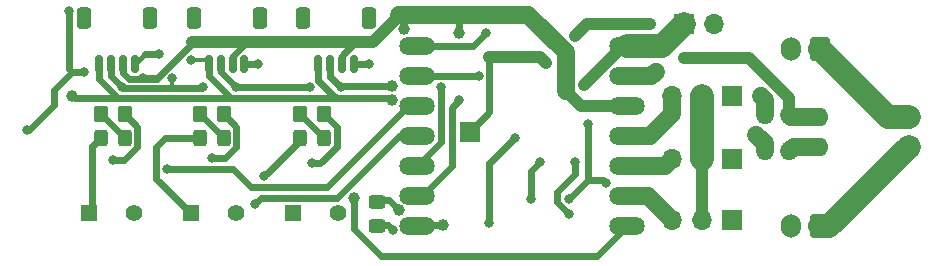
<source format=gbr>
%TF.GenerationSoftware,KiCad,Pcbnew,(6.0.6-0)*%
%TF.CreationDate,2023-07-30T17:28:14+02:00*%
%TF.ProjectId,SR23_T04_Avionics_V1-0-0,53523233-5f54-4303-945f-4176696f6e69,rev?*%
%TF.SameCoordinates,Original*%
%TF.FileFunction,Copper,L1,Top*%
%TF.FilePolarity,Positive*%
%FSLAX46Y46*%
G04 Gerber Fmt 4.6, Leading zero omitted, Abs format (unit mm)*
G04 Created by KiCad (PCBNEW (6.0.6-0)) date 2023-07-30 17:28:14*
%MOMM*%
%LPD*%
G01*
G04 APERTURE LIST*
G04 Aperture macros list*
%AMRoundRect*
0 Rectangle with rounded corners*
0 $1 Rounding radius*
0 $2 $3 $4 $5 $6 $7 $8 $9 X,Y pos of 4 corners*
0 Add a 4 corners polygon primitive as box body*
4,1,4,$2,$3,$4,$5,$6,$7,$8,$9,$2,$3,0*
0 Add four circle primitives for the rounded corners*
1,1,$1+$1,$2,$3*
1,1,$1+$1,$4,$5*
1,1,$1+$1,$6,$7*
1,1,$1+$1,$8,$9*
0 Add four rect primitives between the rounded corners*
20,1,$1+$1,$2,$3,$4,$5,0*
20,1,$1+$1,$4,$5,$6,$7,0*
20,1,$1+$1,$6,$7,$8,$9,0*
20,1,$1+$1,$8,$9,$2,$3,0*%
G04 Aperture macros list end*
%TA.AperFunction,SMDPad,CuDef*%
%ADD10RoundRect,0.800000X-0.700000X0.000000X0.700000X0.000000X0.700000X0.000000X-0.700000X0.000000X0*%
%TD*%
%TA.AperFunction,SMDPad,CuDef*%
%ADD11RoundRect,0.250000X-0.325000X-0.450000X0.325000X-0.450000X0.325000X0.450000X-0.325000X0.450000X0*%
%TD*%
%TA.AperFunction,ComponentPad*%
%ADD12R,1.700000X1.700000*%
%TD*%
%TA.AperFunction,ComponentPad*%
%ADD13O,1.700000X1.700000*%
%TD*%
%TA.AperFunction,ComponentPad*%
%ADD14R,1.400000X1.400000*%
%TD*%
%TA.AperFunction,ComponentPad*%
%ADD15C,1.400000*%
%TD*%
%TA.AperFunction,SMDPad,CuDef*%
%ADD16RoundRect,0.250000X0.325000X0.450000X-0.325000X0.450000X-0.325000X-0.450000X0.325000X-0.450000X0*%
%TD*%
%TA.AperFunction,ComponentPad*%
%ADD17RoundRect,0.250000X0.600000X0.750000X-0.600000X0.750000X-0.600000X-0.750000X0.600000X-0.750000X0*%
%TD*%
%TA.AperFunction,ComponentPad*%
%ADD18O,1.700000X2.000000*%
%TD*%
%TA.AperFunction,SMDPad,CuDef*%
%ADD19RoundRect,0.250000X-0.350000X-0.450000X0.350000X-0.450000X0.350000X0.450000X-0.350000X0.450000X0*%
%TD*%
%TA.AperFunction,SMDPad,CuDef*%
%ADD20RoundRect,0.150000X0.150000X0.625000X-0.150000X0.625000X-0.150000X-0.625000X0.150000X-0.625000X0*%
%TD*%
%TA.AperFunction,SMDPad,CuDef*%
%ADD21RoundRect,0.250000X0.350000X0.650000X-0.350000X0.650000X-0.350000X-0.650000X0.350000X-0.650000X0*%
%TD*%
%TA.AperFunction,ComponentPad*%
%ADD22R,1.600000X1.600000*%
%TD*%
%TA.AperFunction,ComponentPad*%
%ADD23O,1.600000X1.600000*%
%TD*%
%TA.AperFunction,SMDPad,CuDef*%
%ADD24RoundRect,0.250000X0.450000X-0.325000X0.450000X0.325000X-0.450000X0.325000X-0.450000X-0.325000X0*%
%TD*%
%TA.AperFunction,ViaPad*%
%ADD25C,1.000000*%
%TD*%
%TA.AperFunction,ViaPad*%
%ADD26C,0.800000*%
%TD*%
%TA.AperFunction,Conductor*%
%ADD27C,0.600000*%
%TD*%
%TA.AperFunction,Conductor*%
%ADD28C,0.400000*%
%TD*%
%TA.AperFunction,Conductor*%
%ADD29C,1.000000*%
%TD*%
%TA.AperFunction,Conductor*%
%ADD30C,2.000000*%
%TD*%
%TA.AperFunction,Conductor*%
%ADD31C,1.500000*%
%TD*%
%TA.AperFunction,Conductor*%
%ADD32C,0.300000*%
%TD*%
G04 APERTURE END LIST*
D10*
%TO.P,U4,1,PA02_A0_D0*%
%TO.N,MON_BAT_uC*%
X136129000Y-91805250D03*
%TO.P,U4,2,PA4_A1_D1*%
%TO.N,MON_BAT_POWER*%
X136129000Y-94345250D03*
%TO.P,U4,3,PA10_A2_D2*%
%TO.N,OUT1*%
X136129000Y-96885250D03*
%TO.P,U4,4,PA11_A3_D3*%
%TO.N,OUT2*%
X136129000Y-99425250D03*
%TO.P,U4,5,PA8_A4_D4_SDA*%
%TO.N,SDA*%
X136129000Y-101965250D03*
%TO.P,U4,6,PA9_A5_D5_SCL*%
%TO.N,SCL*%
X136129000Y-104505250D03*
%TO.P,U4,7,PB08_A6_D6_TX*%
%TO.N,OUT3*%
X136129000Y-107045250D03*
%TO.P,U4,8,PB09_A7_D7_RX*%
%TO.N,OUT4*%
X153909000Y-107045250D03*
%TO.P,U4,9,PA7_A8_D8_SCK*%
%TO.N,Servo3*%
X153909000Y-104505250D03*
%TO.P,U4,10,PA5_A9_D9_MISO*%
%TO.N,Servo2*%
X153909000Y-101965250D03*
%TO.P,U4,11,PA6_A10_D10_MOSI*%
%TO.N,Servo1*%
X153909000Y-99425250D03*
%TO.P,U4,12,3V3*%
%TO.N,+3.3V*%
X153909000Y-96885250D03*
%TO.P,U4,13,GND*%
%TO.N,GND*%
X153909000Y-94345250D03*
%TO.P,U4,14,5V*%
%TO.N,VUSB*%
X153909000Y-91805250D03*
%TD*%
D11*
%TO.P,D2,1,K*%
%TO.N,Net-(D2-Pad1)*%
X165599000Y-100711000D03*
%TO.P,D2,2,A*%
%TO.N,DIP_1b*%
X167649000Y-100711000D03*
%TD*%
D12*
%TO.P,J8,1,Pin_1*%
%TO.N,GND*%
X162799000Y-101346000D03*
D13*
%TO.P,J8,2,Pin_2*%
%TO.N,DIP_1b*%
X160259000Y-101346000D03*
%TO.P,J8,3,Pin_3*%
%TO.N,Servo2*%
X157719000Y-101346000D03*
%TD*%
D14*
%TO.P,J12,1,Pin_1*%
%TO.N,DIP_1b*%
X125603000Y-105963000D03*
D15*
%TO.P,J12,2,Pin_2*%
%TO.N,Net-(J12-Pad2)*%
X129413000Y-105963000D03*
%TD*%
D16*
%TO.P,D5,1,K*%
%TO.N,Net-(D5-Pad1)*%
X111388000Y-99568000D03*
%TO.P,D5,2,A*%
%TO.N,DIP_1b*%
X109338000Y-99568000D03*
%TD*%
D12*
%TO.P,J6,1,Pin_1*%
%TO.N,DIP_2b*%
X140585819Y-99060000D03*
%TD*%
D17*
%TO.P,J5,1,Pin_1*%
%TO.N,DIP_2a*%
X170267000Y-92075000D03*
D18*
%TO.P,J5,2,Pin_2*%
%TO.N,GND*%
X167767000Y-92075000D03*
%TD*%
D19*
%TO.P,R12,1*%
%TO.N,Net-(D5-Pad1)*%
X109363000Y-97536000D03*
%TO.P,R12,2*%
%TO.N,Net-(J11-Pad2)*%
X111363000Y-97536000D03*
%TD*%
D16*
%TO.P,D7,1,K*%
%TO.N,Net-(D7-Pad1)*%
X128279000Y-99568000D03*
%TO.P,D7,2,A*%
%TO.N,DIP_1b*%
X126229000Y-99568000D03*
%TD*%
D12*
%TO.P,J14,1,Pin_1*%
%TO.N,VUSB*%
X158745000Y-89916000D03*
D13*
%TO.P,J14,2,Pin_2*%
%TO.N,GND*%
X161285000Y-89916000D03*
%TD*%
D20*
%TO.P,J2,1,Pin_1*%
%TO.N,GND*%
X121515000Y-93313000D03*
%TO.P,J2,2,Pin_2*%
%TO.N,+3.3V*%
X120515000Y-93313000D03*
%TO.P,J2,3,Pin_3*%
%TO.N,SDA*%
X119515000Y-93313000D03*
%TO.P,J2,4,Pin_4*%
%TO.N,SCL*%
X118515000Y-93313000D03*
D21*
%TO.P,J2,MP*%
%TO.N,N/C*%
X117215000Y-89438000D03*
X122815000Y-89438000D03*
%TD*%
D14*
%TO.P,J11,1,Pin_1*%
%TO.N,DIP_1b*%
X108331000Y-105963000D03*
D15*
%TO.P,J11,2,Pin_2*%
%TO.N,Net-(J11-Pad2)*%
X112141000Y-105963000D03*
%TD*%
D22*
%TO.P,SW1,1*%
%TO.N,DIP_1a*%
X177790000Y-100335000D03*
D23*
%TO.P,SW1,2*%
%TO.N,DIP_2a*%
X177790000Y-97795000D03*
%TO.P,SW1,3*%
%TO.N,DIP_2b*%
X170170000Y-97795000D03*
%TO.P,SW1,4*%
%TO.N,DIP_1b*%
X170170000Y-100335000D03*
%TD*%
D17*
%TO.P,J4,1,Pin_1*%
%TO.N,DIP_1a*%
X170287000Y-107078000D03*
D18*
%TO.P,J4,2,Pin_2*%
%TO.N,GND*%
X167787000Y-107078000D03*
%TD*%
D14*
%TO.P,J10,1,Pin_1*%
%TO.N,DIP_1b*%
X116967000Y-105963000D03*
D15*
%TO.P,J10,2,Pin_2*%
%TO.N,Net-(J10-Pad2)*%
X120777000Y-105963000D03*
%TD*%
D19*
%TO.P,R13,1*%
%TO.N,Net-(D6-Pad1)*%
X117745000Y-97536000D03*
%TO.P,R13,2*%
%TO.N,Net-(J10-Pad2)*%
X119745000Y-97536000D03*
%TD*%
D12*
%TO.P,J7,1,Pin_1*%
%TO.N,GND*%
X162814000Y-96012000D03*
D13*
%TO.P,J7,2,Pin_2*%
%TO.N,DIP_1b*%
X160274000Y-96012000D03*
%TO.P,J7,3,Pin_3*%
%TO.N,Servo1*%
X157734000Y-96012000D03*
%TD*%
D16*
%TO.P,D6,1,K*%
%TO.N,Net-(D6-Pad1)*%
X119770000Y-99568000D03*
%TO.P,D6,2,A*%
%TO.N,DIP_1b*%
X117720000Y-99568000D03*
%TD*%
D24*
%TO.P,D4,1,K*%
%TO.N,GND*%
X132715000Y-107070000D03*
%TO.P,D4,2,A*%
%TO.N,Net-(D4-Pad2)*%
X132715000Y-105020000D03*
%TD*%
D21*
%TO.P,J3,MP*%
%TO.N,N/C*%
X132086000Y-89438000D03*
X126486000Y-89438000D03*
D20*
%TO.P,J3,4,Pin_4*%
%TO.N,SCL*%
X127786000Y-93313000D03*
%TO.P,J3,3,Pin_3*%
%TO.N,SDA*%
X128786000Y-93313000D03*
%TO.P,J3,2,Pin_2*%
%TO.N,+3.3V*%
X129786000Y-93313000D03*
%TO.P,J3,1,Pin_1*%
%TO.N,GND*%
X130786000Y-93313000D03*
%TD*%
D11*
%TO.P,D3,1,K*%
%TO.N,Net-(D3-Pad1)*%
X165599000Y-97663000D03*
%TO.P,D3,2,A*%
%TO.N,DIP_2b*%
X167649000Y-97663000D03*
%TD*%
D12*
%TO.P,J9,1,Pin_1*%
%TO.N,GND*%
X162799000Y-106553000D03*
D13*
%TO.P,J9,2,Pin_2*%
%TO.N,DIP_1b*%
X160259000Y-106553000D03*
%TO.P,J9,3,Pin_3*%
%TO.N,Servo3*%
X157719000Y-106553000D03*
%TD*%
D20*
%TO.P,J1,1,Pin_1*%
%TO.N,GND*%
X112244000Y-93313000D03*
%TO.P,J1,2,Pin_2*%
%TO.N,+3.3V*%
X111244000Y-93313000D03*
%TO.P,J1,3,Pin_3*%
%TO.N,SDA*%
X110244000Y-93313000D03*
%TO.P,J1,4,Pin_4*%
%TO.N,SCL*%
X109244000Y-93313000D03*
D21*
%TO.P,J1,MP*%
%TO.N,N/C*%
X113544000Y-89438000D03*
X107944000Y-89438000D03*
%TD*%
D19*
%TO.P,R14,1*%
%TO.N,Net-(D7-Pad1)*%
X126254000Y-97536000D03*
%TO.P,R14,2*%
%TO.N,Net-(J12-Pad2)*%
X128254000Y-97536000D03*
%TD*%
D25*
%TO.N,VUSB*%
X150241000Y-95123000D03*
D26*
X152146000Y-103378000D03*
X148971000Y-104775000D03*
X150622000Y-98425000D03*
%TO.N,GND*%
X114300000Y-92456000D03*
X132080000Y-93345000D03*
X122682000Y-93345000D03*
X134066869Y-107366500D03*
D25*
X156337000Y-93980000D03*
%TO.N,+3.3V*%
X139700000Y-90678000D03*
D26*
X112903000Y-94488500D03*
D25*
X134985177Y-90372936D03*
D26*
X106680000Y-88834500D03*
X103124000Y-98933000D03*
X107950000Y-94001500D03*
D25*
%TO.N,Net-(D2-Pad1)*%
X164846000Y-99314000D03*
%TO.N,Net-(D3-Pad1)*%
X165227000Y-96012000D03*
%TO.N,DIP_2b*%
X155829000Y-89916000D03*
X149479000Y-90932000D03*
D26*
X142240000Y-92710000D03*
D25*
X158750000Y-92837000D03*
X147066000Y-93218000D03*
D26*
%TO.N,SDA*%
X115380543Y-94552543D03*
X120798269Y-95309500D03*
X138176000Y-95260500D03*
X117983000Y-95309500D03*
D25*
X133985000Y-95193497D03*
D26*
X127065066Y-95296211D03*
X129667000Y-95309500D03*
X111161293Y-95284207D03*
%TO.N,SCL*%
X116968043Y-92965043D03*
D25*
X106934000Y-96012000D03*
X133985000Y-96393000D03*
D26*
X139700000Y-96393000D03*
%TO.N,OUT1*%
X114935000Y-102235000D03*
D25*
%TO.N,OUT3*%
X138303000Y-106934000D03*
D26*
%TO.N,OUT2*%
X122428000Y-105156000D03*
D25*
%TO.N,OUT4*%
X130796395Y-104660899D03*
D26*
%TO.N,Net-(R1-Pad1)*%
X148971000Y-106045000D03*
X149479000Y-101600000D03*
%TO.N,STAT*%
X145796000Y-104775000D03*
X146558000Y-101600000D03*
%TO.N,MON_BAT_POWER*%
X141340500Y-94361000D03*
%TO.N,MON_BAT_uC*%
X141986000Y-90678000D03*
D25*
%TO.N,Net-(D4-Pad2)*%
X134570607Y-105734747D03*
D26*
%TO.N,DIP_1b*%
X123190000Y-102859500D03*
X142240000Y-106807000D03*
X144399000Y-99568000D03*
%TO.N,Net-(J10-Pad2)*%
X118745000Y-101335500D03*
%TO.N,Net-(J11-Pad2)*%
X110363000Y-101473000D03*
%TO.N,Net-(J12-Pad2)*%
X127254000Y-101727000D03*
%TD*%
D27*
%TO.N,+3.3V*%
X112903000Y-94488500D02*
X113973500Y-94488500D01*
X113973500Y-94488500D02*
X114073000Y-94588000D01*
D28*
%TO.N,GND*%
X113101000Y-92456000D02*
X112244000Y-93313000D01*
D29*
%TO.N,VUSB*%
X153909000Y-91805250D02*
X153558750Y-91805250D01*
D27*
X152146000Y-103378000D02*
X151892000Y-103124000D01*
D30*
X156855750Y-91805250D02*
X158745000Y-89916000D01*
D27*
X151892000Y-103124000D02*
X150622000Y-103124000D01*
D29*
X153558750Y-91805250D02*
X150241000Y-95123000D01*
D27*
X150622000Y-98425000D02*
X150622000Y-103124000D01*
X150622000Y-103124000D02*
X148971000Y-104775000D01*
D30*
X153909000Y-91805250D02*
X156855750Y-91805250D01*
D27*
%TO.N,GND*%
X130786000Y-93313000D02*
X132048000Y-93313000D01*
X134066869Y-107366500D02*
X133643369Y-106943000D01*
X133643369Y-106943000D02*
X132588000Y-106943000D01*
D31*
X153909000Y-94345250D02*
X155971750Y-94345250D01*
D27*
X122650000Y-93313000D02*
X122682000Y-93345000D01*
X132048000Y-93313000D02*
X132080000Y-93345000D01*
X121515000Y-93313000D02*
X122650000Y-93313000D01*
X113101000Y-92456000D02*
X114300000Y-92456000D01*
D31*
X155971750Y-94345250D02*
X156337000Y-93980000D01*
D27*
%TO.N,+3.3V*%
X105410000Y-95504000D02*
X106912500Y-94001500D01*
X134985177Y-90372936D02*
X134985177Y-89519177D01*
X134985177Y-89519177D02*
X134620000Y-89154000D01*
D29*
X130810000Y-91440000D02*
X132427503Y-91440000D01*
D31*
X148717000Y-95631000D02*
X148717000Y-92329000D01*
X148717000Y-92329000D02*
X145542000Y-89154000D01*
D27*
X129786000Y-92618761D02*
X130810000Y-91594761D01*
X103124000Y-98933000D02*
X103316264Y-98933000D01*
D29*
X122047000Y-91440000D02*
X130810000Y-91440000D01*
D27*
X139700000Y-90678000D02*
X139700000Y-89281000D01*
X117094000Y-91440000D02*
X117094000Y-91567000D01*
X111733000Y-94588000D02*
X111244000Y-94099000D01*
X106680000Y-93769000D02*
X106912500Y-94001500D01*
X105410000Y-96839264D02*
X105410000Y-95504000D01*
X106680000Y-88834500D02*
X106680000Y-93769000D01*
D29*
X149971250Y-96885250D02*
X153909000Y-96885250D01*
D27*
X121693761Y-91440000D02*
X122047000Y-91440000D01*
X120515000Y-92618761D02*
X121693761Y-91440000D01*
D29*
X117094000Y-91440000D02*
X122047000Y-91440000D01*
X132427503Y-91440000D02*
X134620000Y-89247503D01*
D27*
X103316264Y-98933000D02*
X105410000Y-96839264D01*
X117094000Y-91567000D02*
X114073000Y-94588000D01*
D29*
X134620000Y-89247503D02*
X134620000Y-89154000D01*
D31*
X145542000Y-89154000D02*
X139573000Y-89154000D01*
X139573000Y-89154000D02*
X134620000Y-89154000D01*
D27*
X129786000Y-93313000D02*
X129786000Y-92618761D01*
X114073000Y-94588000D02*
X111733000Y-94588000D01*
X120515000Y-93313000D02*
X120515000Y-92618761D01*
D29*
X148717000Y-95631000D02*
X149971250Y-96885250D01*
D27*
X139700000Y-89281000D02*
X139573000Y-89154000D01*
X130810000Y-91594761D02*
X130810000Y-91440000D01*
X111244000Y-94099000D02*
X111244000Y-93313000D01*
X106912500Y-94001500D02*
X107950000Y-94001500D01*
D31*
%TO.N,Net-(D2-Pad1)*%
X165599000Y-100067000D02*
X164846000Y-99314000D01*
X165599000Y-100711000D02*
X165599000Y-100067000D01*
%TO.N,Net-(D3-Pad1)*%
X165227000Y-96012000D02*
X165599000Y-96384000D01*
X165599000Y-96384000D02*
X165599000Y-97663000D01*
D29*
%TO.N,DIP_2b*%
X149479000Y-90932000D02*
X150495000Y-89916000D01*
X150495000Y-89916000D02*
X155829000Y-89916000D01*
D27*
X142240000Y-92710000D02*
X142240000Y-97405819D01*
D31*
X170170000Y-97795000D02*
X167781000Y-97795000D01*
D29*
X146558000Y-92710000D02*
X147066000Y-93218000D01*
D27*
X142240000Y-97405819D02*
X140585819Y-99060000D01*
D29*
X142240000Y-92710000D02*
X146558000Y-92710000D01*
X158750000Y-92837000D02*
X164229610Y-92837000D01*
X167649000Y-96256390D02*
X167649000Y-97663000D01*
X164229610Y-92837000D02*
X167649000Y-96256390D01*
D31*
X167781000Y-97795000D02*
X167649000Y-97663000D01*
D27*
%TO.N,Net-(D5-Pad1)*%
X109363000Y-97543000D02*
X111388000Y-99568000D01*
X109363000Y-97536000D02*
X109363000Y-97543000D01*
%TO.N,Net-(D6-Pad1)*%
X119770000Y-99568000D02*
X119770000Y-99561000D01*
X119770000Y-99561000D02*
X117745000Y-97536000D01*
%TO.N,Net-(D7-Pad1)*%
X128279000Y-99568000D02*
X128279000Y-99561000D01*
X128279000Y-99561000D02*
X126254000Y-97536000D01*
%TO.N,SDA*%
X117904500Y-95388000D02*
X117983000Y-95309500D01*
X111125000Y-95377000D02*
X111161293Y-95340707D01*
X111161293Y-95340707D02*
X111161293Y-95284207D01*
X138176000Y-99918250D02*
X136129000Y-101965250D01*
X128786000Y-93313000D02*
X128786000Y-94428500D01*
X128786000Y-94428500D02*
X129667000Y-95309500D01*
X111136000Y-95388000D02*
X111125000Y-95377000D01*
X119515000Y-94026231D02*
X120798269Y-95309500D01*
D32*
X115380543Y-95312457D02*
X115305000Y-95388000D01*
D27*
X119515000Y-93313000D02*
X119515000Y-94026231D01*
X127065066Y-95296211D02*
X120811558Y-95296211D01*
X129783003Y-95193497D02*
X129667000Y-95309500D01*
D32*
X115380543Y-94552543D02*
X115380543Y-95312457D01*
D27*
X111265086Y-95388000D02*
X115305000Y-95388000D01*
X120811558Y-95296211D02*
X120798269Y-95309500D01*
X138176000Y-95260500D02*
X138176000Y-99918250D01*
X110244000Y-94366914D02*
X111161293Y-95284207D01*
X133985000Y-95193497D02*
X129783003Y-95193497D01*
X111161293Y-95284207D02*
X111265086Y-95388000D01*
X115305000Y-95388000D02*
X117904500Y-95388000D01*
X110244000Y-93313000D02*
X110244000Y-94366914D01*
D32*
%TO.N,SCL*%
X116968043Y-92965043D02*
X118167043Y-92965043D01*
D27*
X139065000Y-97028000D02*
X139065000Y-101981000D01*
X127786000Y-93313000D02*
X127786000Y-94758293D01*
X139065000Y-101981000D02*
X136540750Y-104505250D01*
X129166707Y-96139000D02*
X129286000Y-96139000D01*
X118515000Y-94371528D02*
X120282472Y-96139000D01*
X109244000Y-93313000D02*
X109244000Y-94639000D01*
X109244000Y-94639000D02*
X110617000Y-96012000D01*
X133801000Y-96209000D02*
X133985000Y-96393000D01*
X106934000Y-96012000D02*
X107131000Y-96209000D01*
X127786000Y-94758293D02*
X129166707Y-96139000D01*
X118515000Y-93313000D02*
X118515000Y-94371528D01*
X107131000Y-96209000D02*
X133801000Y-96209000D01*
X139700000Y-96393000D02*
X139065000Y-97028000D01*
D32*
X118167043Y-92965043D02*
X118515000Y-93313000D01*
D30*
%TO.N,DIP_1a*%
X171047000Y-107078000D02*
X177790000Y-100335000D01*
X170287000Y-107078000D02*
X171047000Y-107078000D01*
%TO.N,DIP_2a*%
X177790000Y-97795000D02*
X175987000Y-97795000D01*
X175987000Y-97795000D02*
X170267000Y-92075000D01*
D31*
%TO.N,Servo1*%
X155844750Y-99425250D02*
X157734000Y-97536000D01*
X153909000Y-99425250D02*
X155844750Y-99425250D01*
X157734000Y-97536000D02*
X157734000Y-96012000D01*
%TO.N,Servo2*%
X157099750Y-101965250D02*
X157719000Y-101346000D01*
X153909000Y-101965250D02*
X157099750Y-101965250D01*
%TO.N,Servo3*%
X157719000Y-106553000D02*
X155671250Y-104505250D01*
X155671250Y-104505250D02*
X153909000Y-104505250D01*
D27*
%TO.N,OUT1*%
X128524000Y-103759000D02*
X135397750Y-96885250D01*
X114935000Y-102235000D02*
X120523000Y-102235000D01*
X135397750Y-96885250D02*
X136129000Y-96885250D01*
X122047000Y-103759000D02*
X128524000Y-103759000D01*
X120523000Y-102235000D02*
X122047000Y-103759000D01*
%TO.N,OUT3*%
X138303000Y-106934000D02*
X136240250Y-106934000D01*
%TO.N,OUT2*%
X134618536Y-99425250D02*
X136129000Y-99425250D01*
X122428000Y-105156000D02*
X122936000Y-104648000D01*
X129395786Y-104648000D02*
X134618536Y-99425250D01*
X122936000Y-104648000D02*
X129395786Y-104648000D01*
%TO.N,OUT4*%
X133096000Y-109601000D02*
X151353250Y-109601000D01*
X151353250Y-109601000D02*
X153909000Y-107045250D01*
X130810000Y-104674504D02*
X130810000Y-107315000D01*
X130796395Y-104660899D02*
X130810000Y-104674504D01*
X130810000Y-107315000D02*
X133096000Y-109601000D01*
%TO.N,Net-(R1-Pad1)*%
X147955000Y-104140000D02*
X149479000Y-102616000D01*
X147955000Y-105031793D02*
X147955000Y-104140000D01*
X149479000Y-102616000D02*
X149479000Y-101600000D01*
X148968207Y-106045000D02*
X147955000Y-105031793D01*
X148971000Y-106045000D02*
X148968207Y-106045000D01*
%TO.N,STAT*%
X145796000Y-102362000D02*
X146558000Y-101600000D01*
X145796000Y-104775000D02*
X145796000Y-102362000D01*
%TO.N,MON_BAT_POWER*%
X136144750Y-94361000D02*
X136129000Y-94345250D01*
X141340500Y-94361000D02*
X136144750Y-94361000D01*
%TO.N,MON_BAT_uC*%
X141986000Y-90678000D02*
X140858750Y-91805250D01*
X140858750Y-91805250D02*
X136129000Y-91805250D01*
%TO.N,Net-(D4-Pad2)*%
X134570607Y-105734747D02*
X133728860Y-104893000D01*
X133728860Y-104893000D02*
X132588000Y-104893000D01*
D31*
%TO.N,DIP_1b*%
X170170000Y-100335000D02*
X168025000Y-100335000D01*
D27*
X117720000Y-99568000D02*
X114805207Y-99568000D01*
X114046000Y-101851207D02*
X114035000Y-101862207D01*
X109338000Y-99568000D02*
X108585000Y-100321000D01*
X114046000Y-100327207D02*
X114046000Y-101851207D01*
X142240000Y-101727000D02*
X142240000Y-106807000D01*
X114035000Y-103031000D02*
X116967000Y-105963000D01*
D31*
X168025000Y-100335000D02*
X167649000Y-100711000D01*
D27*
X114035000Y-101862207D02*
X114035000Y-103031000D01*
X126229000Y-99820500D02*
X123190000Y-102859500D01*
X126229000Y-99568000D02*
X126229000Y-99820500D01*
X144399000Y-99568000D02*
X142240000Y-101727000D01*
D30*
X160274000Y-101331000D02*
X160259000Y-101346000D01*
D27*
X114805207Y-99568000D02*
X114046000Y-100327207D01*
X108585000Y-105709000D02*
X108331000Y-105963000D01*
D29*
X160259000Y-101346000D02*
X160259000Y-106553000D01*
D27*
X108585000Y-100321000D02*
X108585000Y-105709000D01*
D30*
X160274000Y-96012000D02*
X160274000Y-101331000D01*
D27*
%TO.N,Net-(J10-Pad2)*%
X120845000Y-98636000D02*
X120845000Y-100351000D01*
X120845000Y-100351000D02*
X119860500Y-101335500D01*
X119860500Y-101335500D02*
X118745000Y-101335500D01*
X119745000Y-97536000D02*
X120845000Y-98636000D01*
%TO.N,Net-(J11-Pad2)*%
X112463000Y-100328660D02*
X111318660Y-101473000D01*
X111318660Y-101473000D02*
X110363000Y-101473000D01*
X111363000Y-97536000D02*
X112463000Y-98636000D01*
X112463000Y-98636000D02*
X112463000Y-100328660D01*
%TO.N,Net-(J12-Pad2)*%
X129354000Y-100328660D02*
X129354000Y-98636000D01*
X129354000Y-98636000D02*
X128254000Y-97536000D01*
X127254000Y-101727000D02*
X127955660Y-101727000D01*
X127955660Y-101727000D02*
X129354000Y-100328660D01*
%TD*%
M02*

</source>
